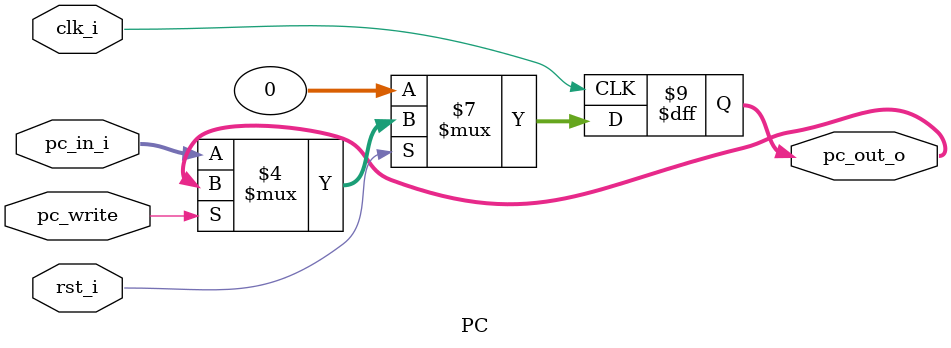
<source format=v>

module PC(
    clk_i,
	rst_i,
	pc_in_i,
	pc_out_o,
	pc_write
	);
     
//I/O ports
input			pc_write;
input           clk_i;
input	        rst_i;
input  [32-1:0] pc_in_i;
output [32-1:0] pc_out_o;
 
//Internal Signals
reg    [32-1:0] pc_out_o;
 
//Parameter

    
//Main function
always @(posedge clk_i) begin
    if(~rst_i)
	    pc_out_o <= 0;
	else if(pc_write)
		pc_out_o <=pc_out_o;
	else
	    pc_out_o <= pc_in_i;
end

endmodule



                    
                    
</source>
